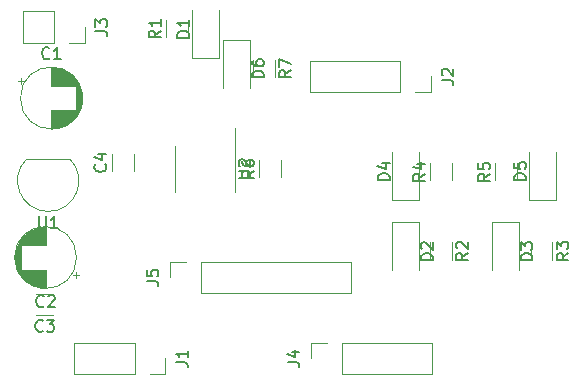
<source format=gbr>
%TF.GenerationSoftware,KiCad,Pcbnew,(5.1.9)-1*%
%TF.CreationDate,2021-03-21T11:51:09-04:00*%
%TF.ProjectId,viparTester,76697061-7254-4657-9374-65722e6b6963,rev?*%
%TF.SameCoordinates,Original*%
%TF.FileFunction,Legend,Top*%
%TF.FilePolarity,Positive*%
%FSLAX46Y46*%
G04 Gerber Fmt 4.6, Leading zero omitted, Abs format (unit mm)*
G04 Created by KiCad (PCBNEW (5.1.9)-1) date 2021-03-21 11:51:09*
%MOMM*%
%LPD*%
G01*
G04 APERTURE LIST*
%ADD10C,0.120000*%
%ADD11C,0.150000*%
G04 APERTURE END LIST*
D10*
%TO.C,D1*%
X127389000Y-92543500D02*
X127389000Y-96603500D01*
X127389000Y-96603500D02*
X129659000Y-96603500D01*
X129659000Y-96603500D02*
X129659000Y-92543500D01*
%TO.C,D2*%
X144365000Y-110535000D02*
X144365000Y-114595000D01*
X146635000Y-110535000D02*
X144365000Y-110535000D01*
X146635000Y-114595000D02*
X146635000Y-110535000D01*
%TO.C,D3*%
X155085000Y-114595000D02*
X155085000Y-110535000D01*
X155085000Y-110535000D02*
X152815000Y-110535000D01*
X152815000Y-110535000D02*
X152815000Y-114595000D01*
%TO.C,D4*%
X146635000Y-108667000D02*
X146635000Y-104607000D01*
X144365000Y-108667000D02*
X146635000Y-108667000D01*
X144365000Y-104607000D02*
X144365000Y-108667000D01*
%TO.C,D5*%
X155915000Y-104607000D02*
X155915000Y-108667000D01*
X155915000Y-108667000D02*
X158185000Y-108667000D01*
X158185000Y-108667000D02*
X158185000Y-104607000D01*
%TO.C,R1*%
X127021000Y-94860064D02*
X127021000Y-93405936D01*
X125201000Y-94860064D02*
X125201000Y-93405936D01*
%TO.C,R2*%
X147590000Y-112222936D02*
X147590000Y-113677064D01*
X149410000Y-112222936D02*
X149410000Y-113677064D01*
%TO.C,R3*%
X157910000Y-112222936D02*
X157910000Y-113677064D01*
X156090000Y-112222936D02*
X156090000Y-113677064D01*
%TO.C,R4*%
X149410000Y-106979064D02*
X149410000Y-105524936D01*
X147590000Y-106979064D02*
X147590000Y-105524936D01*
%TO.C,R5*%
X153090000Y-106979064D02*
X153090000Y-105524936D01*
X154910000Y-106979064D02*
X154910000Y-105524936D01*
%TO.C,R6*%
X133090000Y-106727064D02*
X133090000Y-105272936D01*
X134910000Y-106727064D02*
X134910000Y-105272936D01*
%TO.C,U1*%
X117030000Y-105150000D02*
X113430000Y-105150000D01*
X117068478Y-105161522D02*
G75*
G02*
X115230000Y-109600000I-1838478J-1838478D01*
G01*
X113391522Y-105161522D02*
G75*
G03*
X115230000Y-109600000I1838478J-1838478D01*
G01*
%TO.C,U2*%
X125940000Y-106000000D02*
X125940000Y-107950000D01*
X125940000Y-106000000D02*
X125940000Y-104050000D01*
X131060000Y-106000000D02*
X131060000Y-107950000D01*
X131060000Y-106000000D02*
X131060000Y-102550000D01*
%TO.C,J1*%
X122555000Y-120717000D02*
X122555000Y-123377000D01*
X122555000Y-120717000D02*
X117415000Y-120717000D01*
X117415000Y-120717000D02*
X117415000Y-123377000D01*
X122555000Y-123377000D02*
X117415000Y-123377000D01*
X125155000Y-123377000D02*
X123825000Y-123377000D01*
X125155000Y-122047000D02*
X125155000Y-123377000D01*
%TO.C,J2*%
X147634000Y-98171000D02*
X147634000Y-99501000D01*
X147634000Y-99501000D02*
X146304000Y-99501000D01*
X145034000Y-99501000D02*
X137354000Y-99501000D01*
X137354000Y-96841000D02*
X137354000Y-99501000D01*
X145034000Y-96841000D02*
X137354000Y-96841000D01*
X145034000Y-96841000D02*
X145034000Y-99501000D01*
%TO.C,J3*%
X115730000Y-92670000D02*
X115730000Y-95330000D01*
X115730000Y-92670000D02*
X113130000Y-92670000D01*
X113130000Y-92670000D02*
X113130000Y-95330000D01*
X115730000Y-95330000D02*
X113130000Y-95330000D01*
X118330000Y-95330000D02*
X117000000Y-95330000D01*
X118330000Y-94000000D02*
X118330000Y-95330000D01*
%TO.C,J4*%
X140081000Y-123377000D02*
X140081000Y-120717000D01*
X140081000Y-123377000D02*
X147761000Y-123377000D01*
X147761000Y-123377000D02*
X147761000Y-120717000D01*
X140081000Y-120717000D02*
X147761000Y-120717000D01*
X137481000Y-120717000D02*
X138811000Y-120717000D01*
X137481000Y-122047000D02*
X137481000Y-120717000D01*
%TO.C,J5*%
X128143000Y-116519000D02*
X128143000Y-113859000D01*
X128143000Y-116519000D02*
X140903000Y-116519000D01*
X140903000Y-116519000D02*
X140903000Y-113859000D01*
X128143000Y-113859000D02*
X140903000Y-113859000D01*
X125543000Y-113859000D02*
X126873000Y-113859000D01*
X125543000Y-115189000D02*
X125543000Y-113859000D01*
%TO.C,D6*%
X132330001Y-99112500D02*
X132330001Y-95052500D01*
X132330001Y-95052500D02*
X130060001Y-95052500D01*
X130060001Y-95052500D02*
X130060001Y-99112500D01*
%TO.C,R7*%
X134410000Y-96772936D02*
X134410000Y-98227064D01*
X132590000Y-96772936D02*
X132590000Y-98227064D01*
%TO.C,C1*%
X118120000Y-100000000D02*
G75*
G03*
X118120000Y-100000000I-2620000J0D01*
G01*
X115500000Y-101040000D02*
X115500000Y-102580000D01*
X115500000Y-97420000D02*
X115500000Y-98960000D01*
X115540000Y-101040000D02*
X115540000Y-102580000D01*
X115540000Y-97420000D02*
X115540000Y-98960000D01*
X115580000Y-97421000D02*
X115580000Y-98960000D01*
X115580000Y-101040000D02*
X115580000Y-102579000D01*
X115620000Y-97422000D02*
X115620000Y-98960000D01*
X115620000Y-101040000D02*
X115620000Y-102578000D01*
X115660000Y-97424000D02*
X115660000Y-98960000D01*
X115660000Y-101040000D02*
X115660000Y-102576000D01*
X115700000Y-97427000D02*
X115700000Y-98960000D01*
X115700000Y-101040000D02*
X115700000Y-102573000D01*
X115740000Y-97431000D02*
X115740000Y-98960000D01*
X115740000Y-101040000D02*
X115740000Y-102569000D01*
X115780000Y-97435000D02*
X115780000Y-98960000D01*
X115780000Y-101040000D02*
X115780000Y-102565000D01*
X115820000Y-97439000D02*
X115820000Y-98960000D01*
X115820000Y-101040000D02*
X115820000Y-102561000D01*
X115860000Y-97444000D02*
X115860000Y-98960000D01*
X115860000Y-101040000D02*
X115860000Y-102556000D01*
X115900000Y-97450000D02*
X115900000Y-98960000D01*
X115900000Y-101040000D02*
X115900000Y-102550000D01*
X115940000Y-97457000D02*
X115940000Y-98960000D01*
X115940000Y-101040000D02*
X115940000Y-102543000D01*
X115980000Y-97464000D02*
X115980000Y-98960000D01*
X115980000Y-101040000D02*
X115980000Y-102536000D01*
X116020000Y-97472000D02*
X116020000Y-98960000D01*
X116020000Y-101040000D02*
X116020000Y-102528000D01*
X116060000Y-97480000D02*
X116060000Y-98960000D01*
X116060000Y-101040000D02*
X116060000Y-102520000D01*
X116100000Y-97489000D02*
X116100000Y-98960000D01*
X116100000Y-101040000D02*
X116100000Y-102511000D01*
X116140000Y-97499000D02*
X116140000Y-98960000D01*
X116140000Y-101040000D02*
X116140000Y-102501000D01*
X116180000Y-97509000D02*
X116180000Y-98960000D01*
X116180000Y-101040000D02*
X116180000Y-102491000D01*
X116221000Y-97520000D02*
X116221000Y-98960000D01*
X116221000Y-101040000D02*
X116221000Y-102480000D01*
X116261000Y-97532000D02*
X116261000Y-98960000D01*
X116261000Y-101040000D02*
X116261000Y-102468000D01*
X116301000Y-97545000D02*
X116301000Y-98960000D01*
X116301000Y-101040000D02*
X116301000Y-102455000D01*
X116341000Y-97558000D02*
X116341000Y-98960000D01*
X116341000Y-101040000D02*
X116341000Y-102442000D01*
X116381000Y-97572000D02*
X116381000Y-98960000D01*
X116381000Y-101040000D02*
X116381000Y-102428000D01*
X116421000Y-97586000D02*
X116421000Y-98960000D01*
X116421000Y-101040000D02*
X116421000Y-102414000D01*
X116461000Y-97602000D02*
X116461000Y-98960000D01*
X116461000Y-101040000D02*
X116461000Y-102398000D01*
X116501000Y-97618000D02*
X116501000Y-98960000D01*
X116501000Y-101040000D02*
X116501000Y-102382000D01*
X116541000Y-97635000D02*
X116541000Y-98960000D01*
X116541000Y-101040000D02*
X116541000Y-102365000D01*
X116581000Y-97652000D02*
X116581000Y-98960000D01*
X116581000Y-101040000D02*
X116581000Y-102348000D01*
X116621000Y-97671000D02*
X116621000Y-98960000D01*
X116621000Y-101040000D02*
X116621000Y-102329000D01*
X116661000Y-97690000D02*
X116661000Y-98960000D01*
X116661000Y-101040000D02*
X116661000Y-102310000D01*
X116701000Y-97710000D02*
X116701000Y-98960000D01*
X116701000Y-101040000D02*
X116701000Y-102290000D01*
X116741000Y-97732000D02*
X116741000Y-98960000D01*
X116741000Y-101040000D02*
X116741000Y-102268000D01*
X116781000Y-97753000D02*
X116781000Y-98960000D01*
X116781000Y-101040000D02*
X116781000Y-102247000D01*
X116821000Y-97776000D02*
X116821000Y-98960000D01*
X116821000Y-101040000D02*
X116821000Y-102224000D01*
X116861000Y-97800000D02*
X116861000Y-98960000D01*
X116861000Y-101040000D02*
X116861000Y-102200000D01*
X116901000Y-97825000D02*
X116901000Y-98960000D01*
X116901000Y-101040000D02*
X116901000Y-102175000D01*
X116941000Y-97851000D02*
X116941000Y-98960000D01*
X116941000Y-101040000D02*
X116941000Y-102149000D01*
X116981000Y-97878000D02*
X116981000Y-98960000D01*
X116981000Y-101040000D02*
X116981000Y-102122000D01*
X117021000Y-97905000D02*
X117021000Y-98960000D01*
X117021000Y-101040000D02*
X117021000Y-102095000D01*
X117061000Y-97935000D02*
X117061000Y-98960000D01*
X117061000Y-101040000D02*
X117061000Y-102065000D01*
X117101000Y-97965000D02*
X117101000Y-98960000D01*
X117101000Y-101040000D02*
X117101000Y-102035000D01*
X117141000Y-97996000D02*
X117141000Y-98960000D01*
X117141000Y-101040000D02*
X117141000Y-102004000D01*
X117181000Y-98029000D02*
X117181000Y-98960000D01*
X117181000Y-101040000D02*
X117181000Y-101971000D01*
X117221000Y-98063000D02*
X117221000Y-98960000D01*
X117221000Y-101040000D02*
X117221000Y-101937000D01*
X117261000Y-98099000D02*
X117261000Y-98960000D01*
X117261000Y-101040000D02*
X117261000Y-101901000D01*
X117301000Y-98136000D02*
X117301000Y-98960000D01*
X117301000Y-101040000D02*
X117301000Y-101864000D01*
X117341000Y-98174000D02*
X117341000Y-98960000D01*
X117341000Y-101040000D02*
X117341000Y-101826000D01*
X117381000Y-98215000D02*
X117381000Y-98960000D01*
X117381000Y-101040000D02*
X117381000Y-101785000D01*
X117421000Y-98257000D02*
X117421000Y-98960000D01*
X117421000Y-101040000D02*
X117421000Y-101743000D01*
X117461000Y-98301000D02*
X117461000Y-98960000D01*
X117461000Y-101040000D02*
X117461000Y-101699000D01*
X117501000Y-98347000D02*
X117501000Y-98960000D01*
X117501000Y-101040000D02*
X117501000Y-101653000D01*
X117541000Y-98395000D02*
X117541000Y-101605000D01*
X117581000Y-98446000D02*
X117581000Y-101554000D01*
X117621000Y-98500000D02*
X117621000Y-101500000D01*
X117661000Y-98557000D02*
X117661000Y-101443000D01*
X117701000Y-98617000D02*
X117701000Y-101383000D01*
X117741000Y-98681000D02*
X117741000Y-101319000D01*
X117781000Y-98749000D02*
X117781000Y-101251000D01*
X117821000Y-98822000D02*
X117821000Y-101178000D01*
X117861000Y-98902000D02*
X117861000Y-101098000D01*
X117901000Y-98989000D02*
X117901000Y-101011000D01*
X117941000Y-99085000D02*
X117941000Y-100915000D01*
X117981000Y-99195000D02*
X117981000Y-100805000D01*
X118021000Y-99323000D02*
X118021000Y-100677000D01*
X118061000Y-99482000D02*
X118061000Y-100518000D01*
X118101000Y-99716000D02*
X118101000Y-100284000D01*
X112695225Y-98525000D02*
X113195225Y-98525000D01*
X112945225Y-98275000D02*
X112945225Y-98775000D01*
%TO.C,C2*%
X117554775Y-115225000D02*
X117554775Y-114725000D01*
X117804775Y-114975000D02*
X117304775Y-114975000D01*
X112399000Y-113784000D02*
X112399000Y-113216000D01*
X112439000Y-114018000D02*
X112439000Y-112982000D01*
X112479000Y-114177000D02*
X112479000Y-112823000D01*
X112519000Y-114305000D02*
X112519000Y-112695000D01*
X112559000Y-114415000D02*
X112559000Y-112585000D01*
X112599000Y-114511000D02*
X112599000Y-112489000D01*
X112639000Y-114598000D02*
X112639000Y-112402000D01*
X112679000Y-114678000D02*
X112679000Y-112322000D01*
X112719000Y-114751000D02*
X112719000Y-112249000D01*
X112759000Y-114819000D02*
X112759000Y-112181000D01*
X112799000Y-114883000D02*
X112799000Y-112117000D01*
X112839000Y-114943000D02*
X112839000Y-112057000D01*
X112879000Y-115000000D02*
X112879000Y-112000000D01*
X112919000Y-115054000D02*
X112919000Y-111946000D01*
X112959000Y-115105000D02*
X112959000Y-111895000D01*
X112999000Y-112460000D02*
X112999000Y-111847000D01*
X112999000Y-115153000D02*
X112999000Y-114540000D01*
X113039000Y-112460000D02*
X113039000Y-111801000D01*
X113039000Y-115199000D02*
X113039000Y-114540000D01*
X113079000Y-112460000D02*
X113079000Y-111757000D01*
X113079000Y-115243000D02*
X113079000Y-114540000D01*
X113119000Y-112460000D02*
X113119000Y-111715000D01*
X113119000Y-115285000D02*
X113119000Y-114540000D01*
X113159000Y-112460000D02*
X113159000Y-111674000D01*
X113159000Y-115326000D02*
X113159000Y-114540000D01*
X113199000Y-112460000D02*
X113199000Y-111636000D01*
X113199000Y-115364000D02*
X113199000Y-114540000D01*
X113239000Y-112460000D02*
X113239000Y-111599000D01*
X113239000Y-115401000D02*
X113239000Y-114540000D01*
X113279000Y-112460000D02*
X113279000Y-111563000D01*
X113279000Y-115437000D02*
X113279000Y-114540000D01*
X113319000Y-112460000D02*
X113319000Y-111529000D01*
X113319000Y-115471000D02*
X113319000Y-114540000D01*
X113359000Y-112460000D02*
X113359000Y-111496000D01*
X113359000Y-115504000D02*
X113359000Y-114540000D01*
X113399000Y-112460000D02*
X113399000Y-111465000D01*
X113399000Y-115535000D02*
X113399000Y-114540000D01*
X113439000Y-112460000D02*
X113439000Y-111435000D01*
X113439000Y-115565000D02*
X113439000Y-114540000D01*
X113479000Y-112460000D02*
X113479000Y-111405000D01*
X113479000Y-115595000D02*
X113479000Y-114540000D01*
X113519000Y-112460000D02*
X113519000Y-111378000D01*
X113519000Y-115622000D02*
X113519000Y-114540000D01*
X113559000Y-112460000D02*
X113559000Y-111351000D01*
X113559000Y-115649000D02*
X113559000Y-114540000D01*
X113599000Y-112460000D02*
X113599000Y-111325000D01*
X113599000Y-115675000D02*
X113599000Y-114540000D01*
X113639000Y-112460000D02*
X113639000Y-111300000D01*
X113639000Y-115700000D02*
X113639000Y-114540000D01*
X113679000Y-112460000D02*
X113679000Y-111276000D01*
X113679000Y-115724000D02*
X113679000Y-114540000D01*
X113719000Y-112460000D02*
X113719000Y-111253000D01*
X113719000Y-115747000D02*
X113719000Y-114540000D01*
X113759000Y-112460000D02*
X113759000Y-111232000D01*
X113759000Y-115768000D02*
X113759000Y-114540000D01*
X113799000Y-112460000D02*
X113799000Y-111210000D01*
X113799000Y-115790000D02*
X113799000Y-114540000D01*
X113839000Y-112460000D02*
X113839000Y-111190000D01*
X113839000Y-115810000D02*
X113839000Y-114540000D01*
X113879000Y-112460000D02*
X113879000Y-111171000D01*
X113879000Y-115829000D02*
X113879000Y-114540000D01*
X113919000Y-112460000D02*
X113919000Y-111152000D01*
X113919000Y-115848000D02*
X113919000Y-114540000D01*
X113959000Y-112460000D02*
X113959000Y-111135000D01*
X113959000Y-115865000D02*
X113959000Y-114540000D01*
X113999000Y-112460000D02*
X113999000Y-111118000D01*
X113999000Y-115882000D02*
X113999000Y-114540000D01*
X114039000Y-112460000D02*
X114039000Y-111102000D01*
X114039000Y-115898000D02*
X114039000Y-114540000D01*
X114079000Y-112460000D02*
X114079000Y-111086000D01*
X114079000Y-115914000D02*
X114079000Y-114540000D01*
X114119000Y-112460000D02*
X114119000Y-111072000D01*
X114119000Y-115928000D02*
X114119000Y-114540000D01*
X114159000Y-112460000D02*
X114159000Y-111058000D01*
X114159000Y-115942000D02*
X114159000Y-114540000D01*
X114199000Y-112460000D02*
X114199000Y-111045000D01*
X114199000Y-115955000D02*
X114199000Y-114540000D01*
X114239000Y-112460000D02*
X114239000Y-111032000D01*
X114239000Y-115968000D02*
X114239000Y-114540000D01*
X114279000Y-112460000D02*
X114279000Y-111020000D01*
X114279000Y-115980000D02*
X114279000Y-114540000D01*
X114320000Y-112460000D02*
X114320000Y-111009000D01*
X114320000Y-115991000D02*
X114320000Y-114540000D01*
X114360000Y-112460000D02*
X114360000Y-110999000D01*
X114360000Y-116001000D02*
X114360000Y-114540000D01*
X114400000Y-112460000D02*
X114400000Y-110989000D01*
X114400000Y-116011000D02*
X114400000Y-114540000D01*
X114440000Y-112460000D02*
X114440000Y-110980000D01*
X114440000Y-116020000D02*
X114440000Y-114540000D01*
X114480000Y-112460000D02*
X114480000Y-110972000D01*
X114480000Y-116028000D02*
X114480000Y-114540000D01*
X114520000Y-112460000D02*
X114520000Y-110964000D01*
X114520000Y-116036000D02*
X114520000Y-114540000D01*
X114560000Y-112460000D02*
X114560000Y-110957000D01*
X114560000Y-116043000D02*
X114560000Y-114540000D01*
X114600000Y-112460000D02*
X114600000Y-110950000D01*
X114600000Y-116050000D02*
X114600000Y-114540000D01*
X114640000Y-112460000D02*
X114640000Y-110944000D01*
X114640000Y-116056000D02*
X114640000Y-114540000D01*
X114680000Y-112460000D02*
X114680000Y-110939000D01*
X114680000Y-116061000D02*
X114680000Y-114540000D01*
X114720000Y-112460000D02*
X114720000Y-110935000D01*
X114720000Y-116065000D02*
X114720000Y-114540000D01*
X114760000Y-112460000D02*
X114760000Y-110931000D01*
X114760000Y-116069000D02*
X114760000Y-114540000D01*
X114800000Y-112460000D02*
X114800000Y-110927000D01*
X114800000Y-116073000D02*
X114800000Y-114540000D01*
X114840000Y-112460000D02*
X114840000Y-110924000D01*
X114840000Y-116076000D02*
X114840000Y-114540000D01*
X114880000Y-112460000D02*
X114880000Y-110922000D01*
X114880000Y-116078000D02*
X114880000Y-114540000D01*
X114920000Y-112460000D02*
X114920000Y-110921000D01*
X114920000Y-116079000D02*
X114920000Y-114540000D01*
X114960000Y-116080000D02*
X114960000Y-114540000D01*
X114960000Y-112460000D02*
X114960000Y-110920000D01*
X115000000Y-116080000D02*
X115000000Y-114540000D01*
X115000000Y-112460000D02*
X115000000Y-110920000D01*
X117620000Y-113500000D02*
G75*
G03*
X117620000Y-113500000I-2620000J0D01*
G01*
%TO.C,C3*%
X115646252Y-116565000D02*
X114223748Y-116565000D01*
X115646252Y-118385000D02*
X114223748Y-118385000D01*
%TO.C,C4*%
X120629000Y-106159752D02*
X120629000Y-104737248D01*
X122449000Y-106159752D02*
X122449000Y-104737248D01*
%TO.C,D1*%
D11*
X127156380Y-94881595D02*
X126156380Y-94881595D01*
X126156380Y-94643500D01*
X126204000Y-94500642D01*
X126299238Y-94405404D01*
X126394476Y-94357785D01*
X126584952Y-94310166D01*
X126727809Y-94310166D01*
X126918285Y-94357785D01*
X127013523Y-94405404D01*
X127108761Y-94500642D01*
X127156380Y-94643500D01*
X127156380Y-94881595D01*
X127156380Y-93357785D02*
X127156380Y-93929214D01*
X127156380Y-93643500D02*
X126156380Y-93643500D01*
X126299238Y-93738738D01*
X126394476Y-93833976D01*
X126442095Y-93929214D01*
%TO.C,D2*%
X147772380Y-113733095D02*
X146772380Y-113733095D01*
X146772380Y-113495000D01*
X146820000Y-113352142D01*
X146915238Y-113256904D01*
X147010476Y-113209285D01*
X147200952Y-113161666D01*
X147343809Y-113161666D01*
X147534285Y-113209285D01*
X147629523Y-113256904D01*
X147724761Y-113352142D01*
X147772380Y-113495000D01*
X147772380Y-113733095D01*
X146867619Y-112780714D02*
X146820000Y-112733095D01*
X146772380Y-112637857D01*
X146772380Y-112399761D01*
X146820000Y-112304523D01*
X146867619Y-112256904D01*
X146962857Y-112209285D01*
X147058095Y-112209285D01*
X147200952Y-112256904D01*
X147772380Y-112828333D01*
X147772380Y-112209285D01*
%TO.C,D3*%
X156222380Y-113733095D02*
X155222380Y-113733095D01*
X155222380Y-113495000D01*
X155270000Y-113352142D01*
X155365238Y-113256904D01*
X155460476Y-113209285D01*
X155650952Y-113161666D01*
X155793809Y-113161666D01*
X155984285Y-113209285D01*
X156079523Y-113256904D01*
X156174761Y-113352142D01*
X156222380Y-113495000D01*
X156222380Y-113733095D01*
X155222380Y-112828333D02*
X155222380Y-112209285D01*
X155603333Y-112542619D01*
X155603333Y-112399761D01*
X155650952Y-112304523D01*
X155698571Y-112256904D01*
X155793809Y-112209285D01*
X156031904Y-112209285D01*
X156127142Y-112256904D01*
X156174761Y-112304523D01*
X156222380Y-112399761D01*
X156222380Y-112685476D01*
X156174761Y-112780714D01*
X156127142Y-112828333D01*
%TO.C,D4*%
X144132380Y-106945095D02*
X143132380Y-106945095D01*
X143132380Y-106707000D01*
X143180000Y-106564142D01*
X143275238Y-106468904D01*
X143370476Y-106421285D01*
X143560952Y-106373666D01*
X143703809Y-106373666D01*
X143894285Y-106421285D01*
X143989523Y-106468904D01*
X144084761Y-106564142D01*
X144132380Y-106707000D01*
X144132380Y-106945095D01*
X143465714Y-105516523D02*
X144132380Y-105516523D01*
X143084761Y-105754619D02*
X143799047Y-105992714D01*
X143799047Y-105373666D01*
%TO.C,D5*%
X155682380Y-106945095D02*
X154682380Y-106945095D01*
X154682380Y-106707000D01*
X154730000Y-106564142D01*
X154825238Y-106468904D01*
X154920476Y-106421285D01*
X155110952Y-106373666D01*
X155253809Y-106373666D01*
X155444285Y-106421285D01*
X155539523Y-106468904D01*
X155634761Y-106564142D01*
X155682380Y-106707000D01*
X155682380Y-106945095D01*
X154682380Y-105468904D02*
X154682380Y-105945095D01*
X155158571Y-105992714D01*
X155110952Y-105945095D01*
X155063333Y-105849857D01*
X155063333Y-105611761D01*
X155110952Y-105516523D01*
X155158571Y-105468904D01*
X155253809Y-105421285D01*
X155491904Y-105421285D01*
X155587142Y-105468904D01*
X155634761Y-105516523D01*
X155682380Y-105611761D01*
X155682380Y-105849857D01*
X155634761Y-105945095D01*
X155587142Y-105992714D01*
%TO.C,R1*%
X124743380Y-94299666D02*
X124267190Y-94633000D01*
X124743380Y-94871095D02*
X123743380Y-94871095D01*
X123743380Y-94490142D01*
X123791000Y-94394904D01*
X123838619Y-94347285D01*
X123933857Y-94299666D01*
X124076714Y-94299666D01*
X124171952Y-94347285D01*
X124219571Y-94394904D01*
X124267190Y-94490142D01*
X124267190Y-94871095D01*
X124743380Y-93347285D02*
X124743380Y-93918714D01*
X124743380Y-93633000D02*
X123743380Y-93633000D01*
X123886238Y-93728238D01*
X123981476Y-93823476D01*
X124029095Y-93918714D01*
%TO.C,R2*%
X150772380Y-113116666D02*
X150296190Y-113450000D01*
X150772380Y-113688095D02*
X149772380Y-113688095D01*
X149772380Y-113307142D01*
X149820000Y-113211904D01*
X149867619Y-113164285D01*
X149962857Y-113116666D01*
X150105714Y-113116666D01*
X150200952Y-113164285D01*
X150248571Y-113211904D01*
X150296190Y-113307142D01*
X150296190Y-113688095D01*
X149867619Y-112735714D02*
X149820000Y-112688095D01*
X149772380Y-112592857D01*
X149772380Y-112354761D01*
X149820000Y-112259523D01*
X149867619Y-112211904D01*
X149962857Y-112164285D01*
X150058095Y-112164285D01*
X150200952Y-112211904D01*
X150772380Y-112783333D01*
X150772380Y-112164285D01*
%TO.C,R3*%
X159272380Y-113116666D02*
X158796190Y-113450000D01*
X159272380Y-113688095D02*
X158272380Y-113688095D01*
X158272380Y-113307142D01*
X158320000Y-113211904D01*
X158367619Y-113164285D01*
X158462857Y-113116666D01*
X158605714Y-113116666D01*
X158700952Y-113164285D01*
X158748571Y-113211904D01*
X158796190Y-113307142D01*
X158796190Y-113688095D01*
X158272380Y-112783333D02*
X158272380Y-112164285D01*
X158653333Y-112497619D01*
X158653333Y-112354761D01*
X158700952Y-112259523D01*
X158748571Y-112211904D01*
X158843809Y-112164285D01*
X159081904Y-112164285D01*
X159177142Y-112211904D01*
X159224761Y-112259523D01*
X159272380Y-112354761D01*
X159272380Y-112640476D01*
X159224761Y-112735714D01*
X159177142Y-112783333D01*
%TO.C,R4*%
X147132380Y-106418666D02*
X146656190Y-106752000D01*
X147132380Y-106990095D02*
X146132380Y-106990095D01*
X146132380Y-106609142D01*
X146180000Y-106513904D01*
X146227619Y-106466285D01*
X146322857Y-106418666D01*
X146465714Y-106418666D01*
X146560952Y-106466285D01*
X146608571Y-106513904D01*
X146656190Y-106609142D01*
X146656190Y-106990095D01*
X146465714Y-105561523D02*
X147132380Y-105561523D01*
X146084761Y-105799619D02*
X146799047Y-106037714D01*
X146799047Y-105418666D01*
%TO.C,R5*%
X152632380Y-106418666D02*
X152156190Y-106752000D01*
X152632380Y-106990095D02*
X151632380Y-106990095D01*
X151632380Y-106609142D01*
X151680000Y-106513904D01*
X151727619Y-106466285D01*
X151822857Y-106418666D01*
X151965714Y-106418666D01*
X152060952Y-106466285D01*
X152108571Y-106513904D01*
X152156190Y-106609142D01*
X152156190Y-106990095D01*
X151632380Y-105513904D02*
X151632380Y-105990095D01*
X152108571Y-106037714D01*
X152060952Y-105990095D01*
X152013333Y-105894857D01*
X152013333Y-105656761D01*
X152060952Y-105561523D01*
X152108571Y-105513904D01*
X152203809Y-105466285D01*
X152441904Y-105466285D01*
X152537142Y-105513904D01*
X152584761Y-105561523D01*
X152632380Y-105656761D01*
X152632380Y-105894857D01*
X152584761Y-105990095D01*
X152537142Y-106037714D01*
%TO.C,R6*%
X132632380Y-106166666D02*
X132156190Y-106500000D01*
X132632380Y-106738095D02*
X131632380Y-106738095D01*
X131632380Y-106357142D01*
X131680000Y-106261904D01*
X131727619Y-106214285D01*
X131822857Y-106166666D01*
X131965714Y-106166666D01*
X132060952Y-106214285D01*
X132108571Y-106261904D01*
X132156190Y-106357142D01*
X132156190Y-106738095D01*
X131632380Y-105309523D02*
X131632380Y-105500000D01*
X131680000Y-105595238D01*
X131727619Y-105642857D01*
X131870476Y-105738095D01*
X132060952Y-105785714D01*
X132441904Y-105785714D01*
X132537142Y-105738095D01*
X132584761Y-105690476D01*
X132632380Y-105595238D01*
X132632380Y-105404761D01*
X132584761Y-105309523D01*
X132537142Y-105261904D01*
X132441904Y-105214285D01*
X132203809Y-105214285D01*
X132108571Y-105261904D01*
X132060952Y-105309523D01*
X132013333Y-105404761D01*
X132013333Y-105595238D01*
X132060952Y-105690476D01*
X132108571Y-105738095D01*
X132203809Y-105785714D01*
%TO.C,U1*%
X114468095Y-110012380D02*
X114468095Y-110821904D01*
X114515714Y-110917142D01*
X114563333Y-110964761D01*
X114658571Y-111012380D01*
X114849047Y-111012380D01*
X114944285Y-110964761D01*
X114991904Y-110917142D01*
X115039523Y-110821904D01*
X115039523Y-110012380D01*
X116039523Y-111012380D02*
X115468095Y-111012380D01*
X115753809Y-111012380D02*
X115753809Y-110012380D01*
X115658571Y-110155238D01*
X115563333Y-110250476D01*
X115468095Y-110298095D01*
%TO.C,U2*%
X131352380Y-106761904D02*
X132161904Y-106761904D01*
X132257142Y-106714285D01*
X132304761Y-106666666D01*
X132352380Y-106571428D01*
X132352380Y-106380952D01*
X132304761Y-106285714D01*
X132257142Y-106238095D01*
X132161904Y-106190476D01*
X131352380Y-106190476D01*
X131447619Y-105761904D02*
X131400000Y-105714285D01*
X131352380Y-105619047D01*
X131352380Y-105380952D01*
X131400000Y-105285714D01*
X131447619Y-105238095D01*
X131542857Y-105190476D01*
X131638095Y-105190476D01*
X131780952Y-105238095D01*
X132352380Y-105809523D01*
X132352380Y-105190476D01*
%TO.C,J1*%
X126047380Y-122380333D02*
X126761666Y-122380333D01*
X126904523Y-122427952D01*
X126999761Y-122523190D01*
X127047380Y-122666047D01*
X127047380Y-122761285D01*
X127047380Y-121380333D02*
X127047380Y-121951761D01*
X127047380Y-121666047D02*
X126047380Y-121666047D01*
X126190238Y-121761285D01*
X126285476Y-121856523D01*
X126333095Y-121951761D01*
%TO.C,J2*%
X148526380Y-98504333D02*
X149240666Y-98504333D01*
X149383523Y-98551952D01*
X149478761Y-98647190D01*
X149526380Y-98790047D01*
X149526380Y-98885285D01*
X148621619Y-98075761D02*
X148574000Y-98028142D01*
X148526380Y-97932904D01*
X148526380Y-97694809D01*
X148574000Y-97599571D01*
X148621619Y-97551952D01*
X148716857Y-97504333D01*
X148812095Y-97504333D01*
X148954952Y-97551952D01*
X149526380Y-98123380D01*
X149526380Y-97504333D01*
%TO.C,J3*%
X119222380Y-94333333D02*
X119936666Y-94333333D01*
X120079523Y-94380952D01*
X120174761Y-94476190D01*
X120222380Y-94619047D01*
X120222380Y-94714285D01*
X119222380Y-93952380D02*
X119222380Y-93333333D01*
X119603333Y-93666666D01*
X119603333Y-93523809D01*
X119650952Y-93428571D01*
X119698571Y-93380952D01*
X119793809Y-93333333D01*
X120031904Y-93333333D01*
X120127142Y-93380952D01*
X120174761Y-93428571D01*
X120222380Y-93523809D01*
X120222380Y-93809523D01*
X120174761Y-93904761D01*
X120127142Y-93952380D01*
%TO.C,J4*%
X135493380Y-122380333D02*
X136207666Y-122380333D01*
X136350523Y-122427952D01*
X136445761Y-122523190D01*
X136493380Y-122666047D01*
X136493380Y-122761285D01*
X135826714Y-121475571D02*
X136493380Y-121475571D01*
X135445761Y-121713666D02*
X136160047Y-121951761D01*
X136160047Y-121332714D01*
%TO.C,J5*%
X123555380Y-115522333D02*
X124269666Y-115522333D01*
X124412523Y-115569952D01*
X124507761Y-115665190D01*
X124555380Y-115808047D01*
X124555380Y-115903285D01*
X123555380Y-114569952D02*
X123555380Y-115046142D01*
X124031571Y-115093761D01*
X123983952Y-115046142D01*
X123936333Y-114950904D01*
X123936333Y-114712809D01*
X123983952Y-114617571D01*
X124031571Y-114569952D01*
X124126809Y-114522333D01*
X124364904Y-114522333D01*
X124460142Y-114569952D01*
X124507761Y-114617571D01*
X124555380Y-114712809D01*
X124555380Y-114950904D01*
X124507761Y-115046142D01*
X124460142Y-115093761D01*
%TO.C,D6*%
X133467381Y-98250595D02*
X132467381Y-98250595D01*
X132467381Y-98012500D01*
X132515001Y-97869642D01*
X132610239Y-97774404D01*
X132705477Y-97726785D01*
X132895953Y-97679166D01*
X133038810Y-97679166D01*
X133229286Y-97726785D01*
X133324524Y-97774404D01*
X133419762Y-97869642D01*
X133467381Y-98012500D01*
X133467381Y-98250595D01*
X132467381Y-96822023D02*
X132467381Y-97012500D01*
X132515001Y-97107738D01*
X132562620Y-97155357D01*
X132705477Y-97250595D01*
X132895953Y-97298214D01*
X133276905Y-97298214D01*
X133372143Y-97250595D01*
X133419762Y-97202976D01*
X133467381Y-97107738D01*
X133467381Y-96917261D01*
X133419762Y-96822023D01*
X133372143Y-96774404D01*
X133276905Y-96726785D01*
X133038810Y-96726785D01*
X132943572Y-96774404D01*
X132895953Y-96822023D01*
X132848334Y-96917261D01*
X132848334Y-97107738D01*
X132895953Y-97202976D01*
X132943572Y-97250595D01*
X133038810Y-97298214D01*
%TO.C,R7*%
X135772380Y-97666666D02*
X135296190Y-98000000D01*
X135772380Y-98238095D02*
X134772380Y-98238095D01*
X134772380Y-97857142D01*
X134820000Y-97761904D01*
X134867619Y-97714285D01*
X134962857Y-97666666D01*
X135105714Y-97666666D01*
X135200952Y-97714285D01*
X135248571Y-97761904D01*
X135296190Y-97857142D01*
X135296190Y-98238095D01*
X134772380Y-97333333D02*
X134772380Y-96666666D01*
X135772380Y-97095238D01*
%TO.C,C1*%
X115333333Y-96607142D02*
X115285714Y-96654761D01*
X115142857Y-96702380D01*
X115047619Y-96702380D01*
X114904761Y-96654761D01*
X114809523Y-96559523D01*
X114761904Y-96464285D01*
X114714285Y-96273809D01*
X114714285Y-96130952D01*
X114761904Y-95940476D01*
X114809523Y-95845238D01*
X114904761Y-95750000D01*
X115047619Y-95702380D01*
X115142857Y-95702380D01*
X115285714Y-95750000D01*
X115333333Y-95797619D01*
X116285714Y-96702380D02*
X115714285Y-96702380D01*
X116000000Y-96702380D02*
X116000000Y-95702380D01*
X115904761Y-95845238D01*
X115809523Y-95940476D01*
X115714285Y-95988095D01*
%TO.C,C2*%
X114833333Y-117607142D02*
X114785714Y-117654761D01*
X114642857Y-117702380D01*
X114547619Y-117702380D01*
X114404761Y-117654761D01*
X114309523Y-117559523D01*
X114261904Y-117464285D01*
X114214285Y-117273809D01*
X114214285Y-117130952D01*
X114261904Y-116940476D01*
X114309523Y-116845238D01*
X114404761Y-116750000D01*
X114547619Y-116702380D01*
X114642857Y-116702380D01*
X114785714Y-116750000D01*
X114833333Y-116797619D01*
X115214285Y-116797619D02*
X115261904Y-116750000D01*
X115357142Y-116702380D01*
X115595238Y-116702380D01*
X115690476Y-116750000D01*
X115738095Y-116797619D01*
X115785714Y-116892857D01*
X115785714Y-116988095D01*
X115738095Y-117130952D01*
X115166666Y-117702380D01*
X115785714Y-117702380D01*
%TO.C,C3*%
X114768333Y-119682142D02*
X114720714Y-119729761D01*
X114577857Y-119777380D01*
X114482619Y-119777380D01*
X114339761Y-119729761D01*
X114244523Y-119634523D01*
X114196904Y-119539285D01*
X114149285Y-119348809D01*
X114149285Y-119205952D01*
X114196904Y-119015476D01*
X114244523Y-118920238D01*
X114339761Y-118825000D01*
X114482619Y-118777380D01*
X114577857Y-118777380D01*
X114720714Y-118825000D01*
X114768333Y-118872619D01*
X115101666Y-118777380D02*
X115720714Y-118777380D01*
X115387380Y-119158333D01*
X115530238Y-119158333D01*
X115625476Y-119205952D01*
X115673095Y-119253571D01*
X115720714Y-119348809D01*
X115720714Y-119586904D01*
X115673095Y-119682142D01*
X115625476Y-119729761D01*
X115530238Y-119777380D01*
X115244523Y-119777380D01*
X115149285Y-119729761D01*
X115101666Y-119682142D01*
%TO.C,C4*%
X120046142Y-105615166D02*
X120093761Y-105662785D01*
X120141380Y-105805642D01*
X120141380Y-105900880D01*
X120093761Y-106043738D01*
X119998523Y-106138976D01*
X119903285Y-106186595D01*
X119712809Y-106234214D01*
X119569952Y-106234214D01*
X119379476Y-106186595D01*
X119284238Y-106138976D01*
X119189000Y-106043738D01*
X119141380Y-105900880D01*
X119141380Y-105805642D01*
X119189000Y-105662785D01*
X119236619Y-105615166D01*
X119474714Y-104758023D02*
X120141380Y-104758023D01*
X119093761Y-104996119D02*
X119808047Y-105234214D01*
X119808047Y-104615166D01*
%TD*%
M02*

</source>
